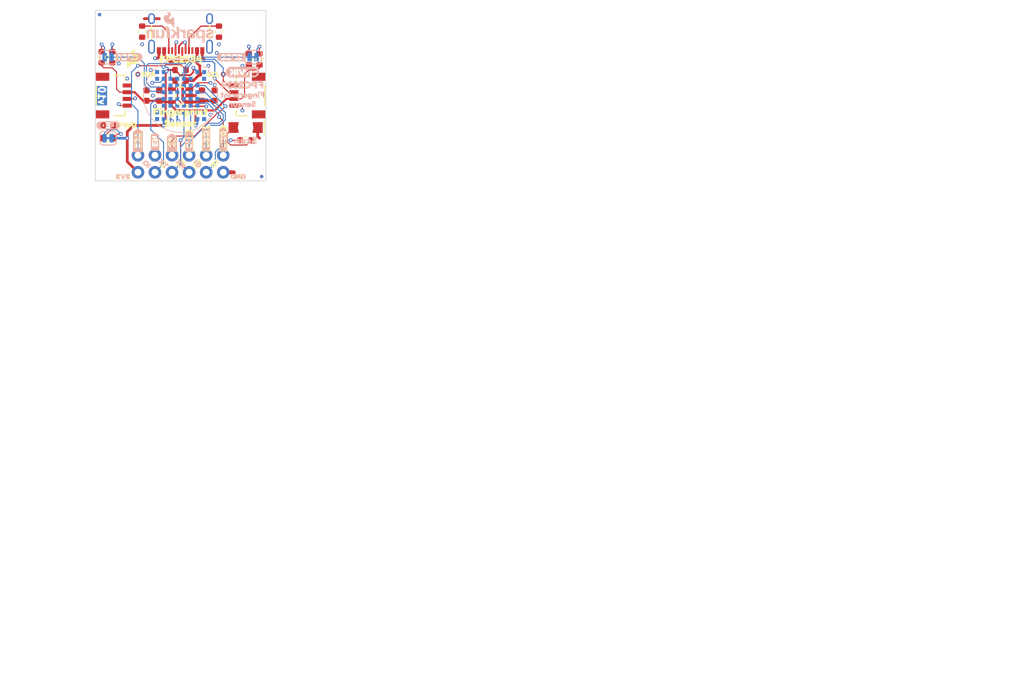
<source format=kicad_pcb>
(kicad_pcb (version 20241229) (generator "pcbnew") (generator_version "9.0")
  (title_block (title "SparkFun Qwiic Fingerprint Sensor - FPC2534") (date "2025-07-24") (rev "v10") (company "SparkFun Electronics") (comment 1 "Designed by: N. Seidle"))
  (layers (0 "F.Cu" signal) (4 "In1.Cu" signal) (6 "In2.Cu" signal) (2 "B.Cu" signal) (13 "F.Paste" user) (15 "B.Paste" user) (5 "F.SilkS" user "F.Silkscreen") (7 "B.SilkS" user "B.Silkscreen") (1 "F.Mask" user) (3 "B.Mask" user) (25 "Edge.Cuts" user))
  (net 0 "")
  (net 1 "3.3V")
  (net 2 "GND")
  (net 3 "Net-(D1-A)")
  (net 4 "SDA")
  (net 5 "SCL")
  (net 10 "Net-(JP1-A)")
  (net 11 "VBUS")
  (net 12 "TX")
  (net 13 "IRQ")
  (net 14 "GPIO1")
  (net 15 "RX")
  (net 16 "DM")
  (net 17 "DP")
  (net 23 "Net-(J4-CC2)")
  (net 24 "Net-(J4-CC1)")
  (net 25 "PICO")
  (net 26 "~{CS}")
  (net 27 "SCK")
  (net 28 "POCI")
  (net 29 "CFG2")
  (net 30 "CFG1")
  (net 31 "~{RST}")
  (net 32 "EN")
  (net 33 "Net-(JP2-B)")
  (net 34 "Net-(JP3-B)")
  (net 36 "Net-(D2-A)")
  (footprint "SparkFun-Connector:TestPoint-0.75mm" (layer "F.Cu") (at 129.616 94.931)
    (property "Reference" "TP4")
    (property "Value" "TestPoint_0.75mm")
  )
  (footprint "kibuzzard-68825CF7" (layer "F.Cu") (at 138.506 108.266 45)
    (property "Reference" "kibuzzard-68825CF7" (hide yes))
    (property "Value" "G***" (hide yes))
  )
  (footprint "SparkFun-LED:LED_0603_1608Metric_Red" (layer "F.Cu") (at 125.171 102.551)
    (property "Reference" "D1")
    (property "Value" "Red")
  )
  (footprint "kibuzzard-6882597D" (layer "F.Cu") (at 135.966 102.2335)
    (property "Reference" "kibuzzard-6882597D" (hide yes))
    (property "Value" "G***" (hide yes))
  )
  (footprint "SparkFun-Aesthetic:Fiducial_0.5mm_Mask1mm" (layer "F.Cu") (at 123.901 86.041)
    (property "Reference" "FID3")
    (property "Value" "Fiducial_0.5mm")
  )
  (footprint "SparkFun-Resistor:R_0603_1608Metric" (layer "F.Cu") (at 146.126 92.7085 90)
    (property "Reference" "R7")
    (property "Value" "100k")
  )
  (footprint "kibuzzard-68825CBE" (layer "F.Cu") (at 144.5385 110.171)
    (property "Reference" "kibuzzard-68825CBE" (hide yes))
    (property "Value" "G***" (hide yes))
  )
  (footprint "kibuzzard-68825C0D" (layer "F.Cu") (at 129.616 104.7735 90)
    (property "Reference" "kibuzzard-68825C0D" (hide yes))
    (property "Value" "G***" (hide yes))
  )
  (footprint "SparkFun-Resistor:R_0603_1608Metric" (layer "F.Cu") (at 135.966 95.8835)
    (property "Reference" "R9")
    (property "Value" "100k")
  )
  (footprint "SparkFun-Connector:1x06" (layer "F.Cu") (at 129.616 106.996)
    (property "Reference" "J5")
    (property "Value" "Conn_01x06")
  )
  (footprint "SparkFun-Resistor:R_0603_1608Metric" (layer "F.Cu") (at 135.966 94.296 180)
    (property "Reference" "R1")
    (property "Value" "10k")
  )
  (footprint "kibuzzard-68825C35" (layer "F.Cu") (at 134.696 105.091 90)
    (property "Reference" "kibuzzard-68825C35" (hide yes))
    (property "Value" "G***" (hide yes))
  )
  (footprint "SparkFun-Semiconductor-Standard:SOT23-5" (layer "F.Cu") (at 135.966 98.106 180)
    (property "Reference" "U2")
    (property "Value" "RT9080-3.3")
  )
  (footprint "kibuzzard-68825C7A" (layer "F.Cu") (at 139.776 104.456 90)
    (property "Reference" "kibuzzard-68825C7A" (hide yes))
    (property "Value" "G***" (hide yes))
  )
  (footprint "SparkFun-Connector:JST_SMD_1.0mm-4_Black" (layer "F.Cu") (at 143.9035 98.106 90)
    (property "Reference" "J1")
    (property "Value" "Qwiic_RA")
  )
  (footprint "SparkFun-Resistor:R_0603_1608Metric" (layer "F.Cu") (at 125.806 92.391 90)
    (property "Reference" "R6")
    (property "Value" "100k")
  )
  (footprint "SparkFun-Hardware:Standoff" (layer "F.Cu") (at 146.126 108.266)
    (property "Reference" "ST3")
    (property "Value" "Standoff")
  )
  (footprint "SparkFun-Capacitor:C_0603_1608Metric" (layer "F.Cu") (at 130.886 98.106 90)
    (property "Reference" "C5")
    (property "Value" "10uF")
  )
  (footprint "SparkFun-Aesthetic:Fiducial_0.5mm_Mask1mm" (layer "F.Cu") (at 148.031 110.171)
    (property "Reference" "FID4")
    (property "Value" "Fiducial_0.5mm")
  )
  (footprint "SparkFun-Capacitor:C_0603_1608Metric" (layer "F.Cu") (at 132.791 98.106 90)
    (property "Reference" "C4")
    (property "Value" "1.0uF")
  )
  (footprint "SparkFun-Resistor:R_0603_1608Metric" (layer "F.Cu") (at 130.251 88.581 90)
    (property "Reference" "R2")
    (property "Value" "5.1k")
  )
  (footprint "SparkFun-Connector:USB-C_16" (layer "F.Cu") (at 135.966 91.746 180)
    (property "Reference" "J4")
    (property "Value" "USB_C_Receptacle")
  )
  (footprint "SparkFun-Connector:JST_SMD_1.0mm-4_Black" (layer "F.Cu") (at 128.0285 98.106 -90)
    (property "Reference" "J2")
    (property "Value" "Qwiic_RA")
  )
  (footprint "kibuzzard-68825D00" (layer "F.Cu") (at 133.426 108.266 45)
    (property "Reference" "kibuzzard-68825D00" (hide yes))
    (property "Value" "G***" (hide yes))
  )
  (footprint "kibuzzard-68825BEF" (layer "F.Cu") (at 132.156 104.93225 90)
    (property "Reference" "kibuzzard-68825BEF" (hide yes))
    (property "Value" "G***" (hide yes))
  )
  (footprint "SparkFun-LED:LED_1206_Bottom_Green" (layer "F.Cu") (at 145.64975 102.8685)
    (property "Reference" "D2")
    (property "Value" "Green")
  )
  (footprint "SparkFun-Resistor:R_0603_1608Metric" (layer "F.Cu") (at 147.7135 92.7085 -90)
    (property "Reference" "R8")
    (property "Value" "1k")
  )
  (footprint "SparkFun-Connector:TestPoint-0.75mm" (layer "F.Cu") (at 138.8235 94.931)
    (property "Reference" "TP2")
    (property "Value" "TestPoint_0.75mm")
  )
  (footprint "SparkFun-Resistor:R_0603_1608Metric" (layer "F.Cu") (at 141.681 88.581 90)
    (property "Reference" "R4")
    (property "Value" "5.1k")
  )
  (footprint "kibuzzard-6886EE9A" (layer "F.Cu") (at 140.88725 94.931)
    (property "Reference" "kibuzzard-6886EE9A" (hide yes))
    (property "Value" "G***" (hide yes))
  )
  (footprint "kibuzzard-68825CB4" (layer "F.Cu") (at 127.3935 110.171)
    (property "Reference" "kibuzzard-68825CB4" (hide yes))
    (property "Value" "G***" (hide yes))
  )
  (footprint "kibuzzard-68825988" (layer "F.Cu") (at 135.966 92.7085)
    (property "Reference" "kibuzzard-68825988" (hide yes))
    (property "Value" "G***" (hide yes))
  )
  (footprint "kibuzzard-68825C89" (layer "F.Cu") (at 142.316 104.456 90)
    (property "Reference" "kibuzzard-68825C89" (hide yes))
    (property "Value" "G***" (hide yes))
  )
  (footprint "kibuzzard-68825CEF" (layer "F.Cu") (at 135.966 108.266 45)
    (property "Reference" "kibuzzard-68825CEF" (hide yes))
    (property "Value" "G***" (hide yes))
  )
  (footprint "kibuzzard-65A8A8B4" (layer "F.Cu") (at 128.0285 102.551)
    (property "Reference" "kibuzzard-65A8A8B4" (hide yes))
    (property "Value" "G***" (hide yes))
  )
  (footprint "SparkFun-Resistor:R_0603_1608Metric" (layer "F.Cu") (at 125.171 104.456)
    (property "Reference" "R3")
    (property "Value" "4.7k")
  )
  (footprint "SparkFun-Aesthetic:SparkFun_Flame_3mm" (layer "F.Cu") (at 128.981 92.7085)
    (property "Reference" "G***" (hide yes))
    (property "Value" "Flame" (hide yes))
  )
  (footprint "SparkFun-Resistor:R_0603_1608Metric" (layer "F.Cu") (at 145.64975 104.7735 180)
    (property "Reference" "R10")
    (property "Value" "1k")
  )
  (footprint "SparkFun-Connector:1x06" (layer "F.Cu") (at 129.616 109.536)
    (property "Reference" "J7")
    (property "Value" "Conn_01x06")
  )
  (footprint "SparkFun-Aesthetic:Creative_Commons_License" (layer "F.Cu") (at 214.63 168.91)
    (property "Reference" "G4" (hide yes))
    (property "Value" "OSHW_Logo" (hide yes))
  )
  (footprint "SparkFun-Resistor:R_0603_1608Metric" (layer "F.Cu") (at 124.2185 92.391 -90)
    (property "Reference" "R5")
    (property "Value" "1k")
  )
  (footprint "kibuzzard-68825977" (layer "F.Cu") (at 135.966 100.646)
    (property "Reference" "kibuzzard-68825977" (hide yes))
    (property "Value" "G***" (hide yes))
  )
  (footprint "SparkFun-Hardware:Standoff" (layer "F.Cu") (at 146.126 87.946)
    (property "Reference" "ST2")
    (property "Value" "Standoff")
  )
  (footprint "SparkFun-Capacitor:C_0603_1608Metric" (layer "F.Cu") (at 139.141 98.106 90)
    (property "Reference" "C2")
    (property "Value" "10uF")
  )
  (footprint "SparkFun-Hardware:Standoff" (layer "F.Cu") (at 125.806 87.946)
    (property "Reference" "ST1")
    (property "Value" "Standoff")
  )
  (footprint "kibuzzard-68825CFB" (layer "F.Cu") (at 141.046 108.266 45)
    (property "Reference" "kibuzzard-68825CFB" (hide yes))
    (property "Value" "G***" (hide yes))
  )
  (footprint "SparkFun-Capacitor:C_0603_1608Metric" (layer "F.Cu") (at 141.046 98.106 90)
    (property "Reference" "C3")
    (property "Value" "1.0uF")
  )
  (footprint "SparkFun-Connector:TestPoint-0.75mm" (layer "F.Cu") (at 142.316 94.931 180)
    (property "Reference" "TP3")
    (property "Value" "TestPoint_0.75mm")
  )
  (footprint "kibuzzard-6886EE7C" (layer "F.Cu") (at 131.2035 94.931)
    (property "Reference" "kibuzzard-6886EE7C" (hide yes))
    (property "Value" "G***" (hide yes))
  )
  (footprint "kibuzzard-68825C4C" (layer "F.Cu") (at 137.236 104.7735 90)
    (property "Reference" "kibuzzard-68825C4C" (hide yes))
    (property "Value" "G***" (hide yes))
  )
  (footprint "SparkFun-Hardware:Standoff" (layer "F.Cu") (at 125.806 108.266)
    (property "Reference" "ST4")
    (property "Value" "Standoff")
  )
  (footprint "kibuzzard-68825B8B" (layer "B.Cu") (at 128.346 92.391 180)
    (property "Reference" "kibuzzard-68825B8B" (hide yes))
    (property "Value" "G***" (hide yes))
  )
  (footprint "SparkFun-Jumper:Jumper_2_NC_Trace" (layer "B.Cu") (at 146.761 92.391)
    (property "Reference" "JP3")
    (property "Value" "CFG2")
  )
  (footprint "kibuzzard-68825E15" (layer "B.Cu") (at 139.776 104.61475 90)
    (property "Reference" "kibuzzard-68825E15" (hide yes))
    (property "Value" "G***" (hide yes))
  )
  (footprint "kibuzzard-688260A2" (layer "B.Cu") (at 145.1735 99.376 180)
    (property "Reference" "kibuzzard-688260A2" (hide yes))
    (property "Value" "G***" (hide yes))
  )
  (footprint "kibuzzard-68825CEF" (layer "B.Cu") (at 133.426 108.266 135)
    (property "Reference" "kibuzzard-68825CEF" (hide yes))
    (property "Value" "G***" (hide yes))
  )
  (footprint "kibuzzard-68825BF8" (layer "B.Cu") (at 132.156 104.93225 90)
    (property "Reference" "kibuzzard-68825BF8" (hide yes))
    (property "Value" "G***" (hide yes))
  )
  (footprint "SparkFun-Aesthetic:qwiic_5mm" (layer "B.Cu") (at 145.1735 94.6135 180)
    (property "Reference" "G***" (hide yes))
    (property "Value" "LOGO" (hide yes))
  )
  (footprint "SparkFun-Jumper:Jumper_2_NC_Trace" (layer "B.Cu") (at 125.171 92.391 180)
    (property "Reference" "JP2")
    (property "Value" "CFG1")
  )
  (footprint "kibuzzard-68825CF7" (layer "B.Cu") (at 135.966 108.266 135)
    (property "Reference" "kibuzzard-68825CF7" (hide yes))
    (property "Value" "G***" (hide yes))
  )
  (footprint "kibuzzard-6882609D" (layer "B.Cu") (at 145.1735 98.106 180)
    (property "Reference" "kibuzzard-6882609D" (hide yes))
    (property "Value" "G***" (hide yes))
  )
  (footprint "kibuzzard-68825988" (layer "B.Cu") (at 145.1735 96.5185 180)
    (property "Reference" "kibuzzard-68825988" (hide yes))
    (property "Value" "G***" (hide yes))
  )
  (footprint "SparkFun-Jumper:Jumper_2_NC_Trace" (layer "B.Cu") (at 125.171 104.456)
    (property "Reference" "JP1")
    (property "Value" "LED")
  )
  (footprint "SparkFun-Sensor:FPC253x" (layer "B.Cu") (at 135.966 98.106 180)
    (property "Reference" "U1")
    (property "Value" "FPC2354")
  )
  (footprint "kibuzzard-6886F4FB" (layer "B.Cu") (at 145.64975 104.7735 180)
    (property "Reference" "kibuzzard-6886F4FB" (hide yes))
    (property "Value" "G***" (hide yes))
  )
  (footprint "SparkFun-Aesthetic:Fiducial_0.5mm_Mask1mm" (layer "B.Cu") (at 123.901 86.041 180)
    (property "Reference" "FID2")
    (property "Value" "Fiducial_0.5mm")
  )
  (footprint "kibuzzard-68825C08" (layer "B.Cu") (at 129.616 104.7735 90)
    (property "Reference" "kibuzzard-68825C08" (hide yes))
    (property "Value" "G***" (hide yes))
  )
  (footprint "SparkFun-Aesthetic:Fiducial_0.5mm_Mask1mm" (layer "B.Cu") (at 148.031 110.171 180)
    (property "Reference" "FID1")
    (property "Value" "Fiducial_0.5mm")
  )
  (footprint "kibuzzard-68825B75" (layer "B.Cu") (at 143.42725 92.391 180)
    (property "Reference" "kibuzzard-68825B75" (hide yes))
    (property "Value" "G***" (hide yes))
  )
  (footprint "kibuzzard-68825CBE" (layer "B.Cu") (at 144.5385 110.171 180)
    (property "Reference" "kibuzzard-68825CBE" (hide yes))
    (property "Value" "G***" (hide yes))
  )
  (footprint "SparkFun-Aesthetic:SparkFun_Logo_10mm" (layer "B.Cu") (at 135.966 88.8985 180)
    (property "Reference" "G***" (hide yes))
    (property "Value" "LOGO" (hide yes))
  )
  (footprint "kibuzzard-68825CFB" (layer "B.Cu") (at 138.506 108.266 135)
    (property "Reference" "kibuzzard-68825CFB" (hide yes))
    (property "Value" "G***" (hide yes))
  )
  (footprint "kibuzzard-68825E3F" (layer "B.Cu") (at 137.236 104.93225 90)
    (property "Reference" "kibuzzard-68825E3F" (hide yes))
    (property "Value" "G***" (hide yes))
  )
  (footprint "kibuzzard-68825E2B" (layer "B.Cu") (at 142.316 104.61475 90)
    (property "Reference" "kibuzzard-68825E2B" (hide yes))
    (property "Value" "G***" (hide yes))
  )
  (footprint "kibuzzard-68825D00" (layer "B.Cu") (at 130.886 108.266 135)
    (property "Reference" "kibuzzard-68825D00" (hide yes))
    (property "Value" "G***" (hide yes))
  )
  (footprint "kibuzzard-68825CB4" (layer "B.Cu") (at 127.3935 110.171 180)
    (property "Reference" "kibuzzard-68825CB4" (hide yes))
    (property "Value" "G***" (hide yes))
  )
  (footprint "kibuzzard-68825C3B" (layer "B.Cu") (at 134.696 105.091 90)
    (property "Reference" "kibuzzard-68825C3B" (hide yes))
    (property "Value" "G***" (hide yes))
  )
  (footprint "kibuzzard-68825D85" (layer "B.Cu") (at 125.171 102.551 180)
    (property "Reference" "kibuzzard-68825D85" (hide yes))
    (property "Value" "G***" (hide yes))
  )
  (gr_rect (start 123.266 85.406) (end 148.666 110.806) (stroke (width 0.1)) (fill no) (layer "Edge.Cuts"))
  (gr_text "v10" (at 124.2185 98.106 -90) (layer "B.Cu" knockout) (effects (font (size 1.016 1.016) (thickness 0.254) (bold yes)) (justify mirror)))
  (segment (start 135.141 94.296) (end 134.061 94.296) (width 0.3048) (layer "F.Cu") (net 1))
  (segment (start 132.966 99.056) (end 132.791 98.881) (width 0.3048) (layer "F.Cu") (net 1))
  (segment (start 137.4077 95.0768) (end 135.9218 95.0768) (width 0.26162) (layer "F.Cu") (net 1))
  (segment (start 129.116 97.606) (end 130.391 98.881) (width 0.3048) (layer "F.Cu") (net 1))
  (segment (start 125.806 93.9785) (end 126.441 94.6135) (width 0.1524) (layer "F.Cu") (net 1))
  (segment (start 133.426 99.056) (end 132.966 99.056) (width 0.3048) (layer "F.Cu") (net 1))
  (segment (start 147.7135 93.5335) (end 147.7135 93.9785) (width 0.1524) (layer "F.Cu") (net 1))
  (segment (start 124.2185 93.216) (end 124.2185 93.661) (width 0.1524) (layer "F.Cu") (net 1))
  (segment (start 145.491 94.931) (end 145.491 98.106) (width 0.1524) (layer "F.Cu") (net 1))
  (segment (start 133.7435 99.056) (end 133.426 99.056) (width 0.3048) (layer "F.Cu") (net 1))
  (segment (start 126.441 94.6135) (end 126.441 97.1535) (width 0.1524) (layer "F.Cu") (net 1))
  (segment (start 128.981 102.551) (end 133.426 102.551) (width 0.4064) (layer "F.Cu") (net 1))
  (segment (start 124.536 93.9785) (end 125.806 93.9785) (width 0.1524) (layer "F.Cu") (net 1))
  (segment (start 134.061 94.296) (end 133.7435 94.6135) (width 0.3048) (layer "F.Cu") (net 1))
  (segment (start 145.491 98.106) (end 144.991 98.606) (width 0.1524) (layer "F.Cu") (net 1))
  (segment (start 130.391 98.881) (end 130.886 98.881) (width 0.3048) (layer "F.Cu") (net 1))
  (segment (start 133.7435 99.056) (end 133.7435 94.6135) (width 0.3048) (layer "F.Cu") (net 1))
  (segment (start 137.871 93.9785) (end 137.871 94.6135) (width 0.26162) (layer "F.Cu") (net 1))
  (segment (start 137.871 94.6135) (end 137.4077 95.0768) (width 0.26162) (layer "F.Cu") (net 1))
  (segment (start 142.7685 98.606) (end 143.9035 98.606) (width 0.3048) (layer "F.Cu") (net 1))
  (segment (start 133.7435 102.2335) (end 133.7435 99.056) (width 0.3048) (layer "F.Cu") (net 1))
  (segment (start 135.9218 95.0768) (end 135.141 94.296) (width 0.26162) (layer "F.Cu") (net 1))
  (segment (start 141.046 100.3285) (end 142.7685 98.606) (width 0.3048) (layer "F.Cu") (net 1))
  (segment (start 124.2185 93.661) (end 124.536 93.9785) (width 0.1524) (layer "F.Cu") (net 1))
  (segment (start 144.991 98.606) (end 143.9035 98.606) (width 0.1524) (layer "F.Cu") (net 1))
  (segment (start 128.0285 104.456) (end 128.0285 103.5035) (width 0.4064) (layer "F.Cu") (net 1))
  (segment (start 128.0285 107.9485) (end 128.0285 104.456) (width 0.4064) (layer "F.Cu") (net 1))
  (segment (start 147.7135 93.9785) (end 147.396 94.296) (width 0.1524) (layer "F.Cu") (net 1))
  (segment (start 134.6659 99.056) (end 133.7435 99.056) (width 0.3048) (layer "F.Cu") (net 1))
  (segment (start 128.0285 97.606) (end 129.116 97.606) (width 0.3048) (layer "F.Cu") (net 1))
  (segment (start 146.126 94.296) (end 145.491 94.931) (width 0.1524) (layer "F.Cu") (net 1))
  (segment (start 126.8935 97.606) (end 128.0285 97.606) (width 0.1524) (layer "F.Cu") (net 1))
  (segment (start 128.0285 103.5035) (end 128.981 102.551) (width 0.4064) (layer "F.Cu") (net 1))
  (segment (start 126.441 97.1535) (end 126.8935 97.606) (width 0.1524) (layer "F.Cu") (net 1))
  (segment (start 138.1885 100.3285) (end 141.046 100.3285) (width 0.3048) (layer "F.Cu") (net 1))
  (segment (start 129.616 109.536) (end 128.0285 107.9485) (width 0.4064) (layer "F.Cu") (net 1))
  (segment (start 130.886 98.881) (end 132.791 98.881) (width 0.3048) (layer "F.Cu") (net 1))
  (segment (start 134.6659 99.6634) (end 135.331 100.3285) (width 0.3048) (layer "F.Cu") (net 1))
  (segment (start 134.6659 99.056) (end 134.6659 99.6634) (width 0.3048) (layer "F.Cu") (net 1))
  (segment (start 138.1885 102.551) (end 138.1885 100.3285) (width 0.3048) (layer "F.Cu") (net 1))
  (segment (start 135.331 100.3285) (end 138.1885 100.3285) (width 0.3048) (layer "F.Cu") (net 1))
  (segment (start 147.396 94.296) (end 146.126 94.296) (width 0.1524) (layer "F.Cu") (net 1))
  (segment (start 133.426 102.551) (end 133.7435 102.2335) (width 0.3048) (layer "F.Cu") (net 1))
  (via (at 133.426 102.551) (size 0.56) (drill 0.3) (layers "F.Cu" "B.Cu") (net 1))
  (via (at 133.860115 94.496885) (size 0.56) (drill 0.3) (layers "F.Cu" "B.Cu") (net 1))
  (via (at 138.1885 102.551) (size 0.56) (drill 0.3) (layers "F.Cu" "B.Cu") (net 1))
  (via (at 128.0285 104.456) (size 0.56) (drill 0.3) (layers "F.Cu" "B.Cu") (net 1))
  (via (at 137.871 93.9785) (size 0.56) (drill 0.3) (layers "F.Cu" "B.Cu") (net 1))
  (segment (start 133.751 94.606) (end 133.860115 94.496885) (width 0.1524) (layer "B.Cu") (net 1))
  (segment (start 133.466 101.606) (end 133.466 102.511) (width 0.3048) (layer "B.Cu") (net 1))
  (segment (start 138.466 102.2735) (end 138.1885 102.551) (width 0.3048) (layer "B.Cu") (net 1))
  (segment (start 138.466 94.5735) (end 138.466 94.606) (width 0.26162) (layer "B.Cu") (net 1))
  (segment (start 125.6917 104.456) (end 128.0285 104.456) (width 0.4064) (layer "B.Cu") (net 1))
  (segment (start 133.466 94.606) (end 133.751 94.606) (width 0.1524) (layer "B.Cu") (net 1))
  (segment (start 137.871 93.9785) (end 138.466 94.5735) (width 0.26162) (layer "B.Cu") (net 1))
  (segment (start 138.466 101.606) (end 138.466 102.2735) (width 0.3048) (layer "B.Cu") (net 1))
  (segment (start 133.466 102.511) (end 133.426 102.551) (width 0.3048) (layer "B.Cu") (net 1))
  (segment (start 131.648 86.651) (end 132.766 86.651) (width 0.4064) (layer "F.Cu") (net 2))
  (segment (start 147.44975 104.19225) (end 147.7135 104.456) (width 0.4064) (layer "F.Cu") (net 2))
  (segment (start 145.086 99.606) (end 143.9035 99.606) (width 0.1524) (layer "F.Cu") (net 2))
  (segment (start 132.53225 92.54975) (end 132.741 92.341) (width 0.4064) (layer "F.Cu") (net 2))
  (segment (start 131.648 86.651) (end 130.5935 86.651) (width 0.4064) (layer "F.Cu") (net 2))
  (segment (start 145.1735 99.6935) (end 145.086 99.606) (width 0.1524) (layer "F.Cu") (net 2))
  (segment (start 142.316 109.536) (end 143.9035 109.536) (width 0.5588) (layer "F.Cu") (net 2))
  (segment (start 147.44975 102.8685) (end 147.44975 104.19225) (width 0.4064) (layer "F.Cu") (net 2))
  (segment (start 132.156 92.54975) (end 132.53225 92.54975) (width 0.4064) (layer "F.Cu") (net 2))
  (segment (start 137.2661 98.106) (end 138.1885 98.106) (width 0.4064) (layer "F.Cu") (net 2))
  (segment (start 132.741 92.341) (end 132.741 91.406) (width 0.4064) (layer "F.Cu") (net 2))
  (segment (start 139.191 92.441) (end 139.4585 92.7085) (width 0.4064) (layer "F.Cu") (net 2))
  (segment (start 145.1735 100.3285) (end 145.1735 99.6935) (width 0.1524) (layer "F.Cu") (net 2))
  (segment (start 132.791 86.676) (end 132.766 86.651) (width 0.4064) (layer "F.Cu") (net 2))
  (segment (start 139.191 91.406) (end 139.191 92.441) (width 0.4064) (layer "F.Cu") (net 2))
  (segment (start 130.5685 86.676) (end 130.5935 86.651) (width 0.4064) (layer "F.Cu") (net 2))
  (via (at 132.156 99.6935) (size 0.56) (drill 0.3) (layers "F.Cu" "B.Cu") (net 2))
  (via (at 131.8385 98.106) (size 0.56) (drill 0.3) (layers "F.Cu" "B.Cu") (net 2))
  (via (at 141.3635 91.756) (size 0.56) (drill 0.3) (layers "F.Cu" "B.Cu") (net 2))
  (via (at 145.1735 93.661) (size 0.56) (drill 0.3) (layers "F.Cu" "B.Cu") (net 2))
  (via (at 132.156 92.54975) (size 0.56) (drill 0.3) (layers "F.Cu" "B.Cu") (net 2))
  (via (at 126.7585 93.3435) (size 0.56) (drill 0.3) (layers "F.Cu" "B.Cu") (net 2))
  (via (at 140.0935 93.661) (size 0.56) (drill 0.3) (layers "F.Cu" "B.Cu") (net 2))
  (via (at 141.046 96.5185) (size 0.56) (drill 0.3) (layers "F.Cu" "B.Cu") (net 2))
  (via (at 131.521 94.296) (size 0.56) (drill 0.3) (layers "F.Cu" "B.Cu") (net 2))
  (via (at 141.681 90.486) (size 0.56) (drill 0.3) (layers "F.Cu" "B.Cu") (net 2))
  (via (at 128.0285 95.566) (size 0.56) (drill 0.3) (layers "F.Cu" "B.Cu") (net 2))
  (via (at 140.411 100.9635) (size 0.56) (drill 0.3) (layers "F.Cu" "B.Cu") (net 2))
  (via (at 130.251 90.486) (size 0.56) (drill 0.3) (layers "F.Cu" "B.Cu") (net 2))
  (via (at 145.1735 100.3285) (size 0.56) (drill 0.3) (layers "F.Cu" "B.Cu") (net 2))
  (segment (start 125.9585 102.551) (end 125.9585 102.8435) (width 0.1524) (layer "F.Cu") (net 3))
  (segment (start 125.9585 102.8435) (end 124.346 104.456) (width 0.1524) (layer "F.Cu") (net 3))
  (segment (start 142.316 96.836) (end 141.046 95.566) (width 0.1778) (layer "F.Cu") (net 4))
  (segment (start 129.116 98.606) (end 129.202483 98.519517) (width 0.1524) (layer "F.Cu") (net 4))
  (segment (start 143.086 97.606) (end 142.316 96.836) (width 0.1778) (layer "F.Cu") (net 4))
  (segment (start 143.9035 97.606) (end 143.086 97.606) (width 0.1778) (layer "F.Cu") (net 4))
  (segment (start 128.0285 98.606) (end 129.116 98.606) (width 0.1524) (layer "F.Cu") (net 4))
  (via (at 129.616 94.931) (size 0.56) (drill 0.3) (layers "F.Cu" "B.Cu") (net 4))
  (via (at 141.046 95.566) (size 0.56) (drill 0.3) (layers "F.Cu" "B.Cu") (net 4))
  (via (at 129.202483 98.519517) (size 0.56) (drill 0.3) (layers "F.Cu" "B.Cu") (net 4))
  (segment (start 136.466 95.066) (end 136.466 95.606) (width 0.1778) (layer "B.Cu") (net 4))
  (segment (start 140.7285 93.026) (end 137.871 93.026) (width 0.1778) (layer "B.Cu") (net 4))
  (segment (start 136.75975 94.13725) (end 136.75975 94.77225) (width 0.1778) (layer "B.Cu") (net 4))
  (segment (start 141.046 95.566) (end 141.046 93.3435) (width 0.1778) (layer "B.Cu") (net 4))
  (segment (start 136.75975 94.77225) (end 136.466 95.066) (width 0.1778) (layer "B.Cu") (net 4))
  (segment (start 137.871 93.026) (end 136.75975 94.13725) (width 0.1778) (layer "B.Cu") (net 4))
  (segment (start 141.046 93.3435) (end 140.7285 93.026) (width 0.1778) (layer "B.Cu") (net 4))
  (segment (start 143.0385 96.606) (end 142.316 95.8835) (width 0.1524) (layer "F.Cu") (net 5))
  (segment (start 126.9885 99.606) (end 128.0285 99.606) (width 0.1524) (layer "F.Cu") (net 5))
  (segment (start 126.7585 99.376) (end 126.9885 99.606) (width 0.1524) (layer "F.Cu") (net 5))
  (segment (start 143.9035 96.606) (end 143.0385 96.606) (width 0.1524) (layer "F.Cu") (net 5))
  (segment (start 142.316 95.8835) (end 142.316 94.931) (width 0.1524) (layer "F.Cu") (net 5))
  (via (at 126.7585 99.376) (size 0.56) (drill 0.3) (layers "F.Cu" "B.Cu") (net 5))
  (via (at 142.316 94.931) (size 0.56) (drill 0.3) (layers "F.Cu" "B.Cu") (net 5))
  (segment (start 141.046 92.7085) (end 142.316 93.9785) (width 0.1524) (layer "B.Cu") (net 5))
  (segment (start 135.9364 95.0764) (end 136.005172 95.0764) (width 0.1524) (layer "B.Cu") (net 5))
  (segment (start 136.44125 94.005322) (end 137.739073 92.7075) (width 0.1524) (layer "B.Cu") (net 5))
  (segment (start 135.466 95.606) (end 135.475572 95.606) (width 0.1524) (layer "B.Cu") (net 5))
  (segment (start 140.861428 92.7085) (end 141.046 92.7085) (width 0.1524) (layer "B.Cu") (net 5))
  (segment (start 136.44125 94.640322) (end 136.44125 94.005322) (width 0.1524) (layer "B.Cu") (net 5))
  (segment (start 135.9364 95.145172) (end 135.9364 95.0764) (width 0.1524) (layer "B.Cu") (net 5))
  (segment (start 137.739073 92.7075) (end 140.860428 92.7075) (width 0.1524) (layer "B.Cu") (net 5))
  (segment (start 135.475572 95.606) (end 135.9364 95.145172) (width 0.1524) (layer "B.Cu") (net 5))
  (segment (start 142.316 93.9785) (end 142.316 94.931) (width 0.1524) (layer "B.Cu") (net 5))
  (segment (start 136.005172 95.0764) (end 136.44125 94.640322) (width 0.1524) (layer "B.Cu") (net 5))
  (segment (start 140.860428 92.7075) (end 140.861428 92.7085) (width 0.1524) (layer "B.Cu") (net 5))
  (segment (start 127.076 103.8204) (end 126.6316 103.8204) (width 0.1524) (layer "F.Cu") (net 10))
  (segment (start 126.6316 103.8204) (end 125.996 104.456) (width 0.1524) (layer "F.Cu") (net 10))
  (via (at 127.076 103.8204) (size 0.56) (drill 0.3) (layers "F.Cu" "B.Cu") (net 10))
  (segment (start 124.6503 103.6666) (end 125.1309 103.186) (width 0.1524) (layer "B.Cu") (net 10))
  (segment (start 124.6503 104.456) (end 124.6503 103.6666) (width 0.1524) (layer "B.Cu") (net 10))
  (segment (start 125.1309 103.186) (end 126.4416 103.186) (width 0.1524) (layer "B.Cu") (net 10))
  (segment (start 127.076 103.8204) (end 126.4416 103.186) (width 0.1524) (layer "B.Cu") (net 10))
  (segment (start 140.0935 98.881) (end 141.046 98.881) (width 0.4064) (layer "F.Cu") (net 11))
  (segment (start 138.416 93.026) (end 138.416 93.2551) (width 0.4064) (layer "F.Cu") (net 11))
  (segment (start 138.416 91.406) (end 138.416 92.391) (width 0.4064) (layer "F.Cu") (net 11))
  (segment (start 136.791 95.8835) (end 136.2835 96.391) (width 0.4064) (layer "F.Cu") (net 11))
  (segment (start 138.506 93.3451) (end 138.8235 93.6626) (width 0.4064) (layer "F.Cu") (net 11))
  (segment (start 136.2835 98.7116) (end 136.6279 99.056) (width 0.4064) (layer "F.Cu") (net 11))
  (segment (start 133.516 92.1635) (end 134.3785 93.026) (width 0.4064) (layer "F.Cu") (net 11))
  (segment (start 138.8235 93.6626) (end 138.8235 94.931) (width 0.4064) (layer "F.Cu") (net 11))
  (segment (start 137.2661 99.056) (end 138.966 99.056) (width 0.4064) (layer "F.Cu") (net 11))
  (segment (start 136.6279 99.056) (end 137.2661 99.056) (width 0.4064) (layer "F.Cu") (net 11))
  (segment (start 139.141 98.881) (end 140.0935 98.881) (width 0.4064) (layer "F.Cu") (net 11))
  (segment (start 133.516 91.406) (end 133.516 92.1635) (width 0.4064) (layer "F.Cu") (net 11))
  (segment (start 138.416 93.2551) (end 138.506 93.3451) (width 0.4064) (layer "F.Cu") (net 11))
  (segment (start 138.966 99.056) (end 139.141 98.881) (width 0.4064) (layer "F.Cu") (net 11))
  (segment (start 138.416 92.391) (end 138.416 93.026) (width 0.4064) (layer "F.Cu") (net 11))
  (segment (start 138.8235 94.931) (end 137.871 95.8835) (width 0.4064) (layer "F.Cu") (net 11))
  (segment (start 136.2835 96.391) (end 136.2835 98.7116) (width 0.4064) (layer "F.Cu") (net 11))
  (segment (start 137.871 95.8835) (end 136.791 95.8835) (width 0.4064) (layer "F.Cu") (net 11))
  (segment (start 134.3785 93.026) (end 138.416 93.026) (width 0.4064) (layer "F.Cu") (net 11))
  (segment (start 137.466 104.226) (end 135.966 105.726) (width 0.1524) (layer "B.Cu") (net 12))
  (segment (start 137.466 100.606) (end 137.466 104.226) (width 0.1524) (layer "B.Cu") (net 12))
  (segment (start 135.966 108.266) (end 134.696 109.536) (width 0.1524) (layer "B.Cu") (net 12))
  (segment (start 135.966 105.726) (end 135.966 108.266) (width 0.1524) (layer "B.Cu") (net 12))
  (segment (start 133.466 98.606) (end 132.291 98.606) (width 0.1524) (layer "B.Cu") (net 13))
  (segment (start 132.291 98.606) (end 131.521 99.376) (width 0.1524) (layer "B.Cu") (net 13))
  (segment (start 133.426 108.266) (end 132.156 109.536) (width 0.1524) (layer "B.Cu") (net 13))
  (segment (start 131.521 99.376) (end 131.521 103.186) (width 0.1524) (layer "B.Cu") (net 13))
  (segment (start 131.521 103.186) (end 133.426 105.091) (width 0.1524) (layer "B.Cu") (net 13))
  (segment (start 133.426 105.091) (end 133.426 108.266) (width 0.1524) (layer "B.Cu") (net 13))
  (segment (start 144.82475 104.7735) (end 143.42725 104.7735) (width 0.1524) (layer "F.Cu") (net 14))
  (via (at 131.733598 96.201) (size 0.56) (drill 0.3) (layers "F.Cu" "B.Cu") (net 14))
  (via (at 143.42725 104.7735) (size 0.56) (drill 0.3) (layers "F.Cu" "B.Cu") (net 14))
  (segment (start 131.920298 96.201) (end 131.985698 96.1356) (width 0.1524) (layer "B.Cu") (net 14))
  (segment (start 141.1466 106.511618) (end 142.884718 104.7735) (width 0.1524) (layer "B.Cu") (net 14))
  (segment (start 141.1466 108.1654) (end 141.1466 106.511618) (width 0.1524) (layer "B.Cu") (net 14))
  (segment (start 132.9364 96.1356) (end 133.466 95.606) (width 0.1524) (layer "B.Cu") (net 14))
  (segment (start 131.985698 96.1356) (end 132.9364 96.1356) (width 0.1524) (layer "B.Cu") (net 14))
  (segment (start 142.884718 104.7735) (end 143.42725 104.7735) (width 0.1524) (layer "B.Cu") (net 14))
  (segment (start 139.776 109.536) (end 141.1466 108.1654) (width 0.1524) (layer "B.Cu") (net 14))
  (segment (start 131.733598 96.201) (end 131.920298 96.201) (width 0.1524) (layer "B.Cu") (net 14))
  (segment (start 135.966 104.7735) (end 135.966 108.266) (width 0.1524) (layer "F.Cu") (net 15))
  (segment (start 135.966 108.266) (end 137.236 109.536) (width 0.1524) (layer "F.Cu") (net 15))
  (via (at 135.966 104.7735) (size 0.56) (drill 0.3) (layers "F.Cu" "B.Cu") (net 15))
  (segment (start 136.466 104.2735) (end 135.966 104.7735) (width 0.1524) (layer "B.Cu") (net 15))
  (segment (start 136.466 100.606) (end 136.466 104.2735) (width 0.1524) (layer "B.Cu") (net 15))
  (segment (start 135.716 91.406) (end 135.716 90.736) (width 0.26162) (layer "F.Cu") (net 16))
  (segment (start 135.716 90.736) (end 136.2835 90.1685) (width 0.26162) (layer "F.Cu") (net 16))
  (segment (start 136.716 91.406) (end 136.716 90.2835) (width 0.26162) (layer "F.Cu") (net 16))
  (segment (start 136.2835 90.1685) (end 136.601 90.1685) (width 0.26162) (layer "F.Cu") (net 16))
  (segment (start 136.716 90.2835) (end 136.601 90.1685) (width 0.26162) (layer "F.Cu") (net 16))
  (via (at 136.601 90.1685) (size 0.56) (drill 0.3) (layers "F.Cu" "B.Cu") (net 16))
  (via (at 135.6485 101.916) (size 0.56) (drill 0.3) (layers "F.Cu" "B.Cu") (net 16))
  (segment (start 135.466 101.7335) (end 135.6485 101.916) (width 0.26162) (layer "B.Cu") (net 16))
  (segment (start 135.466 100.606) (end 135.466 101.7335) (width 0.26162) (layer "B.Cu") (net 16))
  (segment (start 135.331 92.391) (end 135.216 92.276) (width 0.26162) (layer "F.Cu") (net 17))
  (segment (start 136.216 91.406) (end 136.216 92.141) (width 0.26162) (layer "F.Cu") (net 17))
  (segment (start 135.216 90.2835) (end 135.331 90.1685) (width 0.26162) (layer "F.Cu") (net 17))
  (segment (start 136.216 92.141) (end 135.966 92.391) (width 0.26162) (layer "F.Cu") (net 17))
  (segment (start 135.216 91.406) (end 135.216 90.2835) (width 0.26162) (layer "F.Cu") (net 17))
  (segment (start 135.331 90.1685) (end 135.364127 90.135373) (width 0.26162) (layer "F.Cu") (net 17))
  (segment (start 135.216 92.276) (end 135.216 91.406) (width 0.26162) (layer "F.Cu") (net 17))
  (segment (start 135.966 92.391) (end 135.331 92.391) (width 0.26162) (layer "F.Cu") (net 17))
  (via (at 135.331 90.1685) (size 0.56) (drill 0.3) (layers "F.Cu" "B.Cu") (net 17))
  (via (at 134.696 101.916) (size 0.56) (drill 0.3) (layers "F.Cu" "B.Cu") (net 17))
  (segment (start 134.466 100.606) (end 134.466 101.686) (width 0.26162) (layer "B.Cu") (net 17))
  (segment (start 134.466 101.686) (end 134.696 101.916) (width 0.26162) (layer "B.Cu") (net 17))
  (segment (start 134.216 88.736) (end 133.236 87.756) (width 0.1778) (layer "F.Cu") (net 23))
  (segment (start 134.216 91.406) (end 134.216 88.736) (width 0.1778) (layer "F.Cu") (net 23))
  (segment (start 133.236 87.756) (end 130.251 87.756) (width 0.1778) (layer "F.Cu") (net 23))
  (segment (start 139.0135 87.756) (end 141.681 87.756) (width 0.1778) (layer "F.Cu") (net 24))
  (segment (start 137.216 89.5535) (end 139.0135 87.756) (width 0.1778) (layer "F.Cu") (net 24))
  (segment (start 137.216 91.406) (end 137.216 89.5535) (width 0.1778) (layer "F.Cu") (net 24))
  (segment (start 142.316 101.916) (end 142.316 106.996) (width 0.1524) (layer "F.Cu") (net 25))
  (segment (start 141.681 101.281) (end 142.316 101.916) (width 0.1524) (layer "F.Cu") (net 25))
  (via (at 141.681 101.281) (size 0.56) (drill 0.3) (layers "F.Cu" "B.Cu") (net 25))
  (segment (start 141.681 100.928016) (end 141.681 101.281) (width 0.1524) (layer "B.Cu") (net 25))
  (segment (start 138.466 99.606) (end 138.8379 99.2341) (width 0.1524) (layer "B.Cu") (net 25))
  (segment (start 139.987084 99.2341) (end 141.681 100.928016) (width 0.1524) (layer "B.Cu") (net 25))
  (segment (start 138.8379 99.2341) (end 139.987084 99.2341) (width 0.1524) (layer "B.Cu") (net 25))
  (segment (start 141.616499 100.710501) (end 142.6335 99.6935) (width 0.1524) (layer "F.Cu") (net 26))
  (segment (start 134.696 104.7735) (end 135.331 104.1385) (width 0.1524) (layer "F.Cu") (net 26))
  (segment (start 141.457749 100.710501) (end 141.616499 100.710501) (width 0.1524) (layer "F.Cu") (net 26))
  (segment (start 138.02975 104.1385) (end 141.457749 100.710501) (width 0.1524) (layer "F.Cu") (net 26))
  (segment (start 134.696 106.996) (end 134.696 104.7735) (width 0.1524) (layer "F.Cu") (net 26))
  (segment (start 135.331 104.1385) (end 138.02975 104.1385) (width 0.1524) (layer "F.Cu") (net 26))
  (via (at 142.6335 99.6935) (size 0.56) (drill 0.3) (layers "F.Cu" "B.Cu") (net 26))
  (segment (start 139.546 96.606) (end 142.6335 99.6935) (width 0.1524) (layer "B.Cu") (net 26))
  (segment (start 138.466 96.606) (end 139.546 96.606) (width 0.1524) (layer "B.Cu") (net 26))
  (segment (start 139.9585 98.606) (end 142.316 100.9635) (width 0.1524) (layer "B.Cu") (net 27))
  (segment (start 137.236 105.091) (end 137.236 106.996) (width 0.1524) (layer "B.Cu") (net 27))
  (segment (start 140.0935 102.2335) (end 137.236 105.091) (width 0.1524) (layer "B.Cu") (net 27))
  (segment (start 141.681 102.2335) (end 140.0935 102.2335) (width 0.1524) (layer "B.Cu") (net 27))
  (segment (start 138.466 98.606) (end 139.9585 98.606) (width 0.1524) (layer "B.Cu") (net 27))
  (segment (start 142.316 100.9635) (end 142.316 101.5985) (width 0.1524) (layer "B.Cu") (net 27))
  (segment (start 142.316 101.5985) (end 141.681 102.2335) (width 0.1524) (layer "B.Cu") (net 27))
  (segment (start 139.5935 97.606) (end 142.6335 100.646) (width 0.1524) (layer "B.Cu") (net 28))
  (segment (start 140.4227 102.5393) (end 139.776 103.186) (width 0.1524) (layer "B.Cu") (net 28))
  (segment (start 141.807667 102.5393) (end 140.4227 102.5393) (width 0.1524) (layer "B.Cu") (net 28))
  (segment (start 142.6335 101.713466) (end 141.807667 102.5393) (width 0.1524) (layer "B.Cu") (net 28))
  (segment (start 142.6335 100.646) (end 142.6335 101.713466) (width 0.1524) (layer "B.Cu") (net 28))
  (segment (start 138.466 97.606) (end 139.5935 97.606) (width 0.1524) (layer "B.Cu") (net 28))
  (segment (start 139.776 103.186) (end 139.776 106.996) (width 0.1524) (layer "B.Cu") (net 28))
  (segment (start 146.126 90.8035) (end 146.126 91.8835) (width 0.1524) (layer "F.Cu") (net 29))
  (via (at 146.126 90.8035) (size 0.56) (drill 0.3) (layers "F.Cu" "B.Cu") (net 29))
  (segment (start 146.2403 90.9178) (end 146.126 90.8035) (width 0.1524) (layer "B.Cu") (net 29))
  (segment (start 137.866739 92.4027) (end 137.865739 92.4017) (width 0.1524) (layer "B.Cu") (net 29))
  (segment (start 130.886 93.661) (end 130.886 96.201) (width 0.1524) (layer "B.Cu") (net 29))
  (segment (start 138.1885 92.4027) (end 137.866739 92.4027) (width 0.1524) (layer "B.Cu") (net 29))
  (segment (start 131.521 96.836) (end 133.236 96.836) (width 0.1524) (layer "B.Cu") (net 29))
  (segment (start 136.670607 93.3435) (end 131.2035 93.3435) (width 0.1524) (layer "B.Cu") (net 29))
  (segment (start 133.236 96.836) (end 133.466 96.606) (width 0.1524) (layer "B.Cu") (net 29))
  (segment (start 146.2403 92.391) (end 138.2002 92.391) (width 0.1524) (layer "B.Cu") (net 29))
  (segment (start 137.612407 92.4017) (end 136.670607 93.3435) (width 0.1524) (layer "B.Cu") (net 29))
  (segment (start 138.2002 92.391) (end 138.1885 92.4027) (width 0.1524) (layer "B.Cu") (net 29))
  (segment (start 130.886 96.201) (end 131.521 96.836) (width 0.1524) (layer "B.Cu") (net 29))
  (segment (start 146.2403 92.391) (end 146.2403 90.9178) (width 0.1524) (layer "B.Cu") (net 29))
  (segment (start 137.865739 92.4017) (end 137.612407 92.4017) (width 0.1524) (layer "B.Cu") (net 29))
  (segment (start 131.2035 93.3435) (end 130.886 93.661) (width 0.1524) (layer "B.Cu") (net 29))
  (segment (start 125.806 91.566) (end 125.806 90.486) (width 0.1524) (layer "F.Cu") (net 30))
  (via (at 125.806 90.486) (size 0.56) (drill 0.3) (layers "F.Cu" "B.Cu") (net 30))
  (segment (start 125.6917 90.9178) (end 125.6917 92.391) (width 0.1524) (layer "B.Cu") (net 30))
  (segment (start 125.6917 92.391) (end 129.616 92.391) (width 0.1524) (layer "B.Cu") (net 30))
  (segment (start 125.806 90.486) (end 125.806 90.8035) (width 0.1524) (layer "B.Cu") (net 30))
  (segment (start 133.331 97.471) (end 133.466 97.606) (width 0.1524) (layer "B.Cu") (net 30))
  (segment (start 130.5685 93.3435) (end 130.5685 96.5185) (width 0.1524) (layer "B.Cu") (net 30))
  (segment (start 131.521 97.471) (end 133.331 97.471) (width 0.1524) (layer "B.Cu") (net 30))
  (segment (start 125.806 90.8035) (end 125.6917 90.9178) (width 0.1524) (layer "B.Cu") (net 30))
  (segment (start 129.616 92.391) (end 130.5685 93.3435) (width 0.1524) (layer "B.Cu") (net 30))
  (segment (start 130.5685 96.5185) (end 131.521 97.471) (width 0.1524) (layer "B.Cu") (net 30))
  (segment (start 129.616 93.661) (end 129.616 93.7257) (width 0.1524) (layer "F.Cu") (net 31))
  (segment (start 136.0102 93.5152) (end 133.7629 93.5152) (width 0.1524) (layer "F.Cu") (net 31))
  (segment (start 133.7629 93.5152) (end 133.426 93.8521) (width 0.1524) (layer "F.Cu") (net 31))
  (segment (start 136.791 94.296) (end 136.0102 93.5152) (width 0.1524) (layer "F.Cu") (net 31))
  (segment (start 133.2349 93.661) (end 133.426 93.8521) (width 0.1524) (layer "F.Cu") (net 31))
  (segment (start 129.616 93.7257) (end 129.6807 93.661) (width 0.1524) (layer "F.Cu") (net 31))
  (segment (start 129.6807 93.661) (end 133.2349 93.661) (width 0.1524) (layer "F.Cu") (net 31))
  (via (at 129.616 93.661) (size 0.56) (drill 0.3) (layers "F.Cu" "B.Cu") (net 31))
  (via (at 133.426 93.8521) (size 0.56) (drill 0.3) (layers "F.Cu" "B.Cu") (net 31))
  (segment (start 134.466 94.3835) (end 134.466 95.606) (width 0.1524) (layer "B.Cu") (net 31))
  (segment (start 133.426 93.8521) (end 133.9346 93.8521) (width 0.1524) (layer "B.Cu") (net 31))
  (segment (start 129.616 93.661) (end 128.6635 94.6135) (width 0.1524) (layer "B.Cu") (net 31))
  (segment (start 129.616 100.3285) (end 129.616 106.996) (width 0.1524) (layer "B.Cu") (net 31))
  (segment (start 128.6635 94.6135) (end 128.6635 99.376) (width 0.1524) (layer "B.Cu") (net 31))
  (segment (start 133.9346 93.8521) (end 134.466 94.3835) (width 0.1524) (layer "B.Cu") (net 31))
  (segment (start 128.6635 99.376) (end 129.616 100.3285) (width 0.1524) (layer "B.Cu") (net 31))
  (segment (start 135.141 95.8835) (end 135.5082 96.2507) (width 0.1778) (layer "F.Cu") (net 32))
  (segment (start 135.5082 96.2507) (end 135.5082 98.6577) (width 0.1778) (layer "F.Cu") (net 32))
  (segment (start 138.506 96.199904) (end 140.408808 96.199904) (width 0.1524) (layer "F.Cu") (net 32))
  (segment (start 137.2661 97.156) (end 137.551 97.156) (width 0.1524) (layer "F.Cu") (net 32))
  (segment (start 135.141 96.011) (end 135.141 95.8835) (width 0.1778) (layer "F.Cu") (net 32))
  (segment (start 139.5087 99.7437) (end 139.776 99.7437) (width 0.1778) (layer "F.Cu") (net 32))
  (segment (start 139.4585 99.6935) (end 139.5087 99.7437) (width 0.1778) (layer "F.Cu") (net 32))
  (segment (start 135.5082 98.6577) (end 136.544 99.6935) (width 0.1778) (layer "F.Cu") (net 32))
  (segment (start 136.544 99.6935) (end 139.4585 99.6935) (width 0.1778) (layer "F.Cu") (net 32))
  (segment (start 137.551 97.156) (end 138.506 96.201) (width 0.1524) (layer "F.Cu") (net 32))
  (segment (start 138.506 96.201) (end 138.506 96.199904) (width 0.1524) (layer "F.Cu") (net 32))
  (via (at 139.776 99.7437) (size 0.56) (drill 0.3) (layers "F.Cu" "B.Cu") (net 32))
  (via (at 140.408808 96.199904) (size 0.56) (drill 0.3) (layers "F.Cu" "B.Cu") (net 32))
  (segment (start 124.2185 91.566) (end 124.2185 90.486) (width 0.1524) (layer "F.Cu") (net 33))
  (via (at 124.2185 90.486) (size 0.56) (drill 0.3) (layers "F.Cu" "B.Cu") (net 33))
  (segment (start 124.2185 90.486) (end 124.6503 90.9178) (width 0.1524) (layer "B.Cu") (net 33))
  (segment (start 124.6503 90.9178) (end 124.6503 92.391) (width 0.1524) (layer "B.Cu") (net 33))
  (segment (start 147.7135 90.8035) (end 147.7135 91.8835) (width 0.1524) (layer "F.Cu") (net 34))
  (via (at 147.7135 90.8035) (size 0.56) (drill 0.3) (layers "F.Cu" "B.Cu") (net 34))
  (segment (start 147.2817 92.391) (end 147.2817 91.2353) (width 0.1524) (layer "B.Cu") (net 34))
  (segment (start 147.2817 91.2353) (end 147.7135 90.8035) (width 0.1524) (layer "B.Cu") (net 34))
  (segment (start 142.91765 103.8006) (end 143.84975 102.8685) (width 0.1524) (layer "F.Cu") (net 36))
  (segment (start 143.411166 105.4781) (end 142.91765 104.984584) (width 0.1524) (layer "F.Cu") (net 36))
  (segment (start 142.91765 104.984584) (end 142.91765 103.8006) (width 0.1524) (layer "F.Cu") (net 36))
  (segment (start 146.47475 104.7735) (end 145.77015 105.4781) (width 0.1524) (layer "F.Cu") (net 36))
  (segment (start 145.77015 105.4781) (end 143.411166 105.4781) (width 0.1524) (layer "F.Cu") (net 36))
)
</source>
